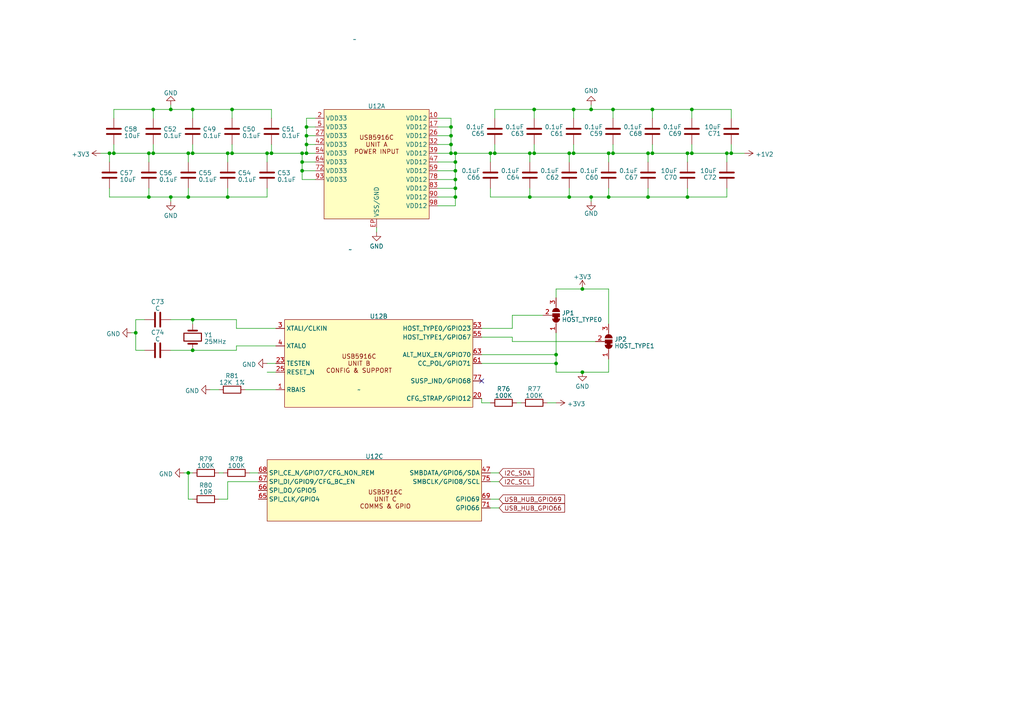
<source format=kicad_sch>
(kicad_sch (version 20230121) (generator eeschema)
  (paper "A4")
  (lib_symbols
    (symbol "CARTHING:USB5916C"
      (property "Reference" "U" (at -15.24 12.7 0))
      (symbol "USB5916C_1_1"
        (rectangle (start -16.51 11.43) (end 13.97 -20.32) (fill (type background)))
        (text "USB5916C\nUNIT A\nPOWER INPUT\n" (at -1.27 1.27 0) (effects (font (size 1.27 1.27))))
        (pin power_in line (at 16.51 8.89 180) (length 2.54) (name "VDD12") (number "10"))
        (pin power_in line (at 16.51 6.35 180) (length 2.54) (name "VDD12") (number "17"))
        (pin power_in line (at -19.05 8.89 0) (length 2.54) (name "VDD33") (number "2"))
        (pin power_in line (at 16.51 3.81 180) (length 2.54) (name "VDD12") (number "26"))
        (pin power_in line (at -19.05 3.81 0) (length 2.54) (name "VDD33") (number "27"))
        (pin power_in line (at 16.51 1.27 180) (length 2.54) (name "VDD12") (number "32"))
        (pin power_in line (at 16.51 -1.27 180) (length 2.54) (name "VDD12") (number "39"))
        (pin power_in line (at -19.05 1.27 0) (length 2.54) (name "VDD33") (number "42"))
        (pin power_in line (at 16.51 -3.81 180) (length 2.54) (name "VDD12") (number "47"))
        (pin power_in line (at -19.05 6.35 0) (length 2.54) (name "VDD33") (number "5"))
        (pin power_in line (at -19.05 -1.27 0) (length 2.54) (name "VDD33") (number "54"))
        (pin power_in line (at 16.51 -6.35 180) (length 2.54) (name "VDD12") (number "59"))
        (pin power_in line (at -19.05 -3.81 0) (length 2.54) (name "VDD33") (number "64"))
        (pin power_in line (at -19.05 -6.35 0) (length 2.54) (name "VDD33") (number "72"))
        (pin power_in line (at 16.51 -8.89 180) (length 2.54) (name "VDD12") (number "78"))
        (pin power_in line (at 16.51 -11.43 180) (length 2.54) (name "VDD12") (number "83"))
        (pin power_in line (at 16.51 -13.97 180) (length 2.54) (name "VDD12") (number "90"))
        (pin power_in line (at -19.05 -8.89 0) (length 2.54) (name "VDD33") (number "93"))
        (pin power_in line (at 16.51 -16.51 180) (length 2.54) (name "VDD12") (number "98"))
        (pin power_in line (at -1.27 -22.86 90) (length 2.54) (name "VSS/GND") (number "EP"))
      )
      (symbol "USB5916C_2_1"
        (rectangle (start -26.67 11.43) (end 27.94 -13.97) (fill (type background)))
        (text "USB5916C\nUNIT B\nCONFIG & SUPPORT\n" (at -5.08 -1.27 0) (effects (font (size 1.27 1.27))))
        (pin input line (at -29.21 -8.89 0) (length 2.54) (name "RBAIS") (number "1"))
        (pin input line (at 30.48 -11.43 180) (length 2.54) (name "CFG_STRAP/GPIO12") (number "20"))
        (pin input line (at -29.21 -1.27 0) (length 2.54) (name "TESTEN") (number "23"))
        (pin input line (at 30.48 8.89 180) (length 2.54) (name "VBUS_DET") (number "24"))
        (pin input line (at -29.21 -3.81 0) (length 2.54) (name "RESET_N") (number "25"))
        (pin input line (at -29.21 8.89 0) (length 2.54) (name "XTALI/CLKIN") (number "3"))
        (pin input line (at -29.21 3.81 0) (length 2.54) (name "XTALO") (number "4"))
        (pin input line (at 30.48 3.81 180) (length 2.54) (name "HOST_TYPE0/GPIO23") (number "53"))
        (pin input line (at 30.48 1.27 180) (length 2.54) (name "HOST_TYPE1/GPIO67") (number "55"))
        (pin input line (at 30.48 -1.27 180) (length 2.54) (name "ALT_MUX_EN/GPIO70") (number "63"))
        (pin input line (at 30.48 -6.35 180) (length 2.54) (name "SUSP_IND/GPIO68") (number "77"))
      )
      (symbol "USB5916C_3_1"
        (rectangle (start -34.29 11.43) (end 27.94 -6.35) (fill (type background)))
        (text "USB5916C\nUNIT C\nCOMMS & GPIO\n" (at 0 0 0) (effects (font (size 1.27 1.27))))
        (pin input line (at 30.48 7.62 180) (length 2.54) (name "SMBDATA/GPIO6/SDA") (number "47"))
        (pin input line (at -36.83 0 0) (length 2.54) (name "SPI_CLK/GPIO4") (number "65"))
        (pin input line (at -36.83 2.54 0) (length 2.54) (name "SPI_DO/GPIO5") (number "66"))
        (pin input line (at -36.83 5.08 0) (length 2.54) (name "SPI_DI/GPIO9/CFG_BC_EN") (number "67"))
        (pin input line (at -36.83 7.62 0) (length 2.54) (name "SPI_CE_N/GPIO7/CFG_NON_REM") (number "68"))
        (pin bidirectional line (at 30.48 0 180) (length 2.54) (name "GPIO69") (number "69"))
        (pin bidirectional line (at 30.48 -2.54 180) (length 2.54) (name "GPIO66") (number "71"))
        (pin input line (at 30.48 5.08 180) (length 2.54) (name "SMBCLK/GPIO8/SCL") (number "75"))
      )
      (symbol "USB5916C_4_1"
        (rectangle (start -26.67 11.43) (end 30.48 -26.67) (fill (type background)))
        (text "USB5916C\nUNIT D\nPORT 0/A UFP\n" (at 1.27 -2.54 0) (effects (font (size 1.27 1.27))))
        (pin unspecified line (at 33.02 -24.13 180) (length 2.54) (name "USB3UP_RXDMA") (number "100"))
        (pin unspecified line (at -29.21 -24.13 0) (length 2.54) (name "AB0/ATTCHMUX0B/GPIO3") (number "60"))
        (pin input line (at -29.21 -21.59 0) (length 2.54) (name "C_ATTACH0/ATTACHMUX0A/GPIO64") (number "76"))
        (pin unspecified line (at 33.02 8.89 180) (length 2.54) (name "USB3UP_TXDPB") (number "81"))
        (pin unspecified line (at 33.02 6.35 180) (length 2.54) (name "USB3UP_TXDMB") (number "82"))
        (pin unspecified line (at 33.02 1.27 180) (length 2.54) (name "USB3UP_RXDPB") (number "84"))
        (pin unspecified line (at 33.02 -1.27 180) (length 2.54) (name "USB3UP_RXDMB") (number "85"))
        (pin unspecified line (at 33.02 -6.35 180) (length 2.54) (name "USB2UP_DP") (number "94"))
        (pin unspecified line (at 33.02 -8.89 180) (length 2.54) (name "USB2UP_DM") (number "95"))
        (pin unspecified line (at 33.02 -13.97 180) (length 2.54) (name "USB3UP_TXDPA") (number "96"))
        (pin unspecified line (at 33.02 -16.51 180) (length 2.54) (name "USB3UP_TXDMA") (number "97"))
        (pin unspecified line (at 33.02 -21.59 180) (length 2.54) (name "USB3UP_RXDPA") (number "99"))
      )
      (symbol "USB5916C_5_1"
        (rectangle (start -25.4 11.43) (end 31.75 -26.67) (fill (type background)))
        (text "USB5916C\nUNIT E\nPORT 1 DFP\n" (at 0 0 0) (effects (font (size 1.27 1.27))))
        (pin unspecified line (at 34.29 1.27 180) (length 2.54) (name "USB3DN_RXDP1A") (number "11"))
        (pin unspecified line (at 34.29 -1.27 180) (length 2.54) (name "USB3DN_RXDM1A") (number "12"))
        (pin unspecified line (at 34.29 -13.97 180) (length 2.54) (name "USB3DN_TXDP1B") (number "15"))
        (pin unspecified line (at 34.29 -16.51 180) (length 2.54) (name "USB3DN_TXDM1B") (number "16"))
        (pin unspecified line (at 34.29 -21.59 180) (length 2.54) (name "USB3DN_RXDP1B") (number "18"))
        (pin unspecified line (at 34.29 -24.13 180) (length 2.54) (name "USB3DN_RXDM1B") (number "19"))
        (pin unspecified line (at -27.94 -24.13 0) (length 2.54) (name "AB1/ATTACHMUX1B/GPIO65") (number "50"))
        (pin unspecified line (at 34.29 -6.35 180) (length 2.54) (name "USB2DN_DP1/PRT_DIS_P1") (number "6"))
        (pin unspecified line (at 34.29 -8.89 180) (length 2.54) (name "USB2DN_DM1/PRT_DIS_M1") (number "7"))
        (pin unspecified line (at -27.94 -19.05 0) (length 2.54) (name "PRT_CTL1/GPIO17") (number "70"))
        (pin input line (at -27.94 -21.59 0) (length 2.54) (name "C_ATTACH1/ATTACHMUX1A/GPIO1") (number "76"))
        (pin unspecified line (at 34.29 8.89 180) (length 2.54) (name "USB3DN_TXDP1A") (number "8"))
        (pin unspecified line (at 34.29 6.35 180) (length 2.54) (name "USB3DN_TXDM1A") (number "9"))
      )
      (symbol "USB5916C_6_1"
        (rectangle (start -17.78 11.43) (end 19.05 -11.43) (fill (type background)))
        (text "USB5916C\nUNIT F\nPORT 2 DFP\n" (at -10.16 0 0) (effects (font (size 1.27 1.27))))
        (pin unspecified line (at 21.59 8.89 180) (length 2.54) (name "USB2DN_DP2/PRT_DIS_P2") (number "28"))
        (pin unspecified line (at 21.59 6.35 180) (length 2.54) (name "USB2DN_DM2/PRT_DIS_M2") (number "29"))
        (pin unspecified line (at 21.59 1.27 180) (length 2.54) (name "USB3DN_TXDP2") (number "30"))
        (pin unspecified line (at 21.59 -1.27 180) (length 2.54) (name "USB3DN_TXDM2") (number "31"))
        (pin unspecified line (at 21.59 -6.35 180) (length 2.54) (name "USB3DN_RXDP2") (number "33"))
        (pin unspecified line (at 21.59 -8.89 180) (length 2.54) (name "USB3DN_RXDM2") (number "34"))
        (pin unspecified line (at -20.32 -8.89 0) (length 2.54) (name "PRT_CTL2/GPIO19") (number "58"))
      )
      (symbol "USB5916C_7_1"
        (rectangle (start -22.86 11.43) (end 24.13 -11.43) (fill (type background)))
        (text "USB5916C\nUNIT G\nPORT 3 DFP\n" (at -5.08 0 0) (effects (font (size 1.27 1.27))))
        (pin unspecified line (at 26.67 8.89 180) (length 2.54) (name "USB2DN_DP3/PRT_DIS_P3") (number "35"))
        (pin unspecified line (at 26.67 6.35 180) (length 2.54) (name "USB2DN_DM3/PRT_DIS_M3") (number "36"))
        (pin unspecified line (at 26.67 1.27 180) (length 2.54) (name "USB3DN_TXDP3") (number "37"))
        (pin unspecified line (at 26.67 -1.27 180) (length 2.54) (name "USB3DN_TXDM3") (number "38"))
        (pin unspecified line (at 26.67 -6.35 180) (length 2.54) (name "USB3DN_RXDP3") (number "40"))
        (pin unspecified line (at 26.67 -8.89 180) (length 2.54) (name "USB3DN_RXDM3") (number "41"))
        (pin unspecified line (at -25.4 -8.89 0) (length 2.54) (name "PRT_CTL3/GANG_PWR/GPIO20") (number "57"))
      )
      (symbol "USB5916C_8_1"
        (rectangle (start -17.78 11.43) (end 19.05 -11.43) (fill (type background)))
        (text "USB5916C\nUNIT H\nPORT 4 DFP\n" (at -10.16 0 0) (effects (font (size 1.27 1.27))))
        (pin unspecified line (at 21.59 8.89 180) (length 2.54) (name "USB2DN_DP4/PRT_DIS_P4") (number "43"))
        (pin unspecified line (at 21.59 6.35 180) (length 2.54) (name "USB2DN_DM4/PRT_DIS_M4") (number "44"))
        (pin unspecified line (at 21.59 1.27 180) (length 2.54) (name "USB3DN_TXDP4") (number "45"))
        (pin unspecified line (at 21.59 -1.27 180) (length 2.54) (name "USB3DN_TXDM4") (number "46"))
        (pin unspecified line (at 21.59 -6.35 180) (length 2.54) (name "USB3DN_RXDP4") (number "48"))
        (pin unspecified line (at 21.59 -8.89 180) (length 2.54) (name "USB3DN_RXDM4") (number "49"))
        (pin unspecified line (at -20.32 -8.89 0) (length 2.54) (name "PRT_CTL4/GPIO21") (number "52"))
      )
      (symbol "USB5916C_9_1"
        (rectangle (start -17.78 11.43) (end 19.05 -11.43) (fill (type background)))
        (text "USB5916C\nUNIT I\nPORT 5 DFP\n" (at -10.16 0 0) (effects (font (size 1.27 1.27))))
        (pin unspecified line (at -20.32 -8.89 0) (length 2.54) (name "PRT_CTL5/GPIO22") (number "51"))
        (pin unspecified line (at 21.59 8.89 180) (length 2.54) (name "USB2DN_D5/PRT_DIS_P5") (number "86"))
        (pin unspecified line (at 21.59 6.35 180) (length 2.54) (name "USB2DN_DM5/PRT_DIS_M5") (number "87"))
        (pin unspecified line (at 21.59 1.27 180) (length 2.54) (name "USB3DN_TXDP5") (number "88"))
        (pin unspecified line (at 21.59 -1.27 180) (length 2.54) (name "USB3DN_TXDM5") (number "89"))
        (pin unspecified line (at 21.59 -6.35 180) (length 2.54) (name "USB3DN_RXDP5") (number "91"))
        (pin unspecified line (at 21.59 -8.89 180) (length 2.54) (name "USB3DN_RXDM5") (number "92"))
      )
      (symbol "USB5916C_10_1"
        (rectangle (start -20.32 11.43) (end 21.59 -1.27) (fill (type background)))
        (text "USB5916C\nUNIT J\nPORT 6 DFP\nUSB2 ONLY\n" (at -12.7 6.35 0) (effects (font (size 1.27 1.27))))
        (pin unspecified line (at 24.13 8.89 180) (length 2.54) (name "USB2DN_DP6/PRT_DIS_P6") (number "13"))
        (pin unspecified line (at 24.13 6.35 180) (length 2.54) (name "USB2DN_DM6/PRT_DIS_M6") (number "14"))
        (pin unspecified line (at 24.13 1.27 180) (length 2.54) (name "PRT_CTL6/GPIO18") (number "62"))
      )
    )
    (symbol "Device:C" (pin_numbers hide) (pin_names (offset 0.254))
      (property "Reference" "C" (at 0.635 2.54 0))
      (property "Value" "C" (at 0.635 -2.54 0))
      (symbol "C_0_1"
        (polyline (pts (xy -2.032 -0.762) (xy 2.032 -0.762)) (stroke (width 0.508)))
        (polyline (pts (xy -2.032 0.762) (xy 2.032 0.762)) (stroke (width 0.508)))
      )
      (symbol "C_1_1"
        (pin passive line (at 0 3.81 270) (length 2.794) (name "~") (number "1"))
        (pin passive line (at 0 -3.81 90) (length 2.794) (name "~") (number "2"))
      )
    )
    (symbol "Device:Crystal" (pin_numbers hide) (pin_names (offset 1.016) hide)
      (property "Reference" "Y" (at 0 3.81 0))
      (property "Value" "Crystal" (at 0 -3.81 0))
      (symbol "Crystal_0_1"
        (rectangle (start -1.143 2.54) (end 1.143 -2.54) (stroke (width 0.3048)))
        (polyline (pts (xy -2.54 0) (xy -1.905 0)))
        (polyline (pts (xy -1.905 -1.27) (xy -1.905 1.27)) (stroke (width 0.508)))
        (polyline (pts (xy 1.905 -1.27) (xy 1.905 1.27)) (stroke (width 0.508)))
        (polyline (pts (xy 2.54 0) (xy 1.905 0)))
      )
      (symbol "Crystal_1_1"
        (pin passive line (at -3.81 0 0) (length 1.27) (name "1") (number "1"))
        (pin passive line (at 3.81 0 180) (length 1.27) (name "2") (number "2"))
      )
    )
    (symbol "Device:R" (pin_numbers hide) (pin_names (offset 0))
      (property "Reference" "R" (at 2.032 0 90))
      (property "Value" "R" (at 0 0 90))
      (symbol "R_0_1"
        (rectangle (start -1.016 -2.54) (end 1.016 2.54) (stroke (width 0.254)))
      )
      (symbol "R_1_1"
        (pin passive line (at 0 3.81 270) (length 1.27) (name "~") (number "1"))
        (pin passive line (at 0 -3.81 90) (length 1.27) (name "~") (number "2"))
      )
    )
    (symbol "Jumper:SolderJumper_3_Bridged12" (pin_names (offset 0) hide)
      (property "Reference" "JP" (at -2.54 -2.54 0))
      (property "Value" "SolderJumper_3_Bridged12" (at 0 2.794 0))
      (symbol "SolderJumper_3_Bridged12_0_1"
        (rectangle (start -1.016 0.508) (end -0.508 -0.508) (fill (type outline)))
        (arc (start -1.016 1.016) (mid -2.0276 0) (end -1.016 -1.016))
        (arc (start -1.016 1.016) (mid -2.0276 0) (end -1.016 -1.016) (fill (type outline)))
        (rectangle (start -0.508 1.016) (end 0.508 -1.016) (fill (type outline)))
        (polyline (pts (xy -2.54 0) (xy -2.032 0)))
        (polyline (pts (xy -1.016 1.016) (xy -1.016 -1.016)))
        (polyline (pts (xy 0 -1.27) (xy 0 -1.016)))
        (polyline (pts (xy 1.016 1.016) (xy 1.016 -1.016)))
        (polyline (pts (xy 2.54 0) (xy 2.032 0)))
        (arc (start 1.016 -1.016) (mid 2.0276 0) (end 1.016 1.016))
        (arc (start 1.016 -1.016) (mid 2.0276 0) (end 1.016 1.016) (fill (type outline)))
      )
      (symbol "SolderJumper_3_Bridged12_1_1"
        (pin passive line (at -5.08 0 0) (length 2.54) (name "A") (number "1"))
        (pin passive line (at 0 -3.81 90) (length 2.54) (name "C") (number "2"))
        (pin passive line (at 5.08 0 180) (length 2.54) (name "B") (number "3"))
      )
    )
    (symbol "USB5916C_1"
      (property "Reference" "U" (at -15.24 12.7 0))
      (symbol "USB5916C_1_1_1"
        (rectangle (start -16.51 11.43) (end 13.97 -20.32) (fill (type background)))
        (text "USB5916C\nUNIT A\nPOWER INPUT\n" (at -1.27 1.27 0) (effects (font (size 1.27 1.27))))
        (pin power_in line (at 16.51 8.89 180) (length 2.54) (name "VDD12") (number "10"))
        (pin power_in line (at 16.51 6.35 180) (length 2.54) (name "VDD12") (number "17"))
        (pin power_in line (at -19.05 8.89 0) (length 2.54) (name "VDD33") (number "2"))
        (pin power_in line (at 16.51 3.81 180) (length 2.54) (name "VDD12") (number "26"))
        (pin power_in line (at -19.05 3.81 0) (length 2.54) (name "VDD33") (number "27"))
        (pin power_in line (at 16.51 1.27 180) (length 2.54) (name "VDD12") (number "32"))
        (pin power_in line (at 16.51 -1.27 180) (length 2.54) (name "VDD12") (number "39"))
        (pin power_in line (at -19.05 1.27 0) (length 2.54) (name "VDD33") (number "42"))
        (pin power_in line (at 16.51 -3.81 180) (length 2.54) (name "VDD12") (number "47"))
        (pin power_in line (at -19.05 6.35 0) (length 2.54) (name "VDD33") (number "5"))
        (pin power_in line (at -19.05 -1.27 0) (length 2.54) (name "VDD33") (number "54"))
        (pin power_in line (at 16.51 -6.35 180) (length 2.54) (name "VDD12") (number "59"))
        (pin power_in line (at -19.05 -3.81 0) (length 2.54) (name "VDD33") (number "64"))
        (pin power_in line (at -19.05 -6.35 0) (length 2.54) (name "VDD33") (number "72"))
        (pin power_in line (at 16.51 -8.89 180) (length 2.54) (name "VDD12") (number "78"))
        (pin power_in line (at 16.51 -11.43 180) (length 2.54) (name "VDD12") (number "83"))
        (pin power_in line (at 16.51 -13.97 180) (length 2.54) (name "VDD12") (number "90"))
        (pin power_in line (at -19.05 -8.89 0) (length 2.54) (name "VDD33") (number "93"))
        (pin power_in line (at 16.51 -16.51 180) (length 2.54) (name "VDD12") (number "98"))
        (pin power_in line (at -1.27 -22.86 90) (length 2.54) (name "VSS/GND") (number "EP"))
      )
      (symbol "USB5916C_1_2_1"
        (rectangle (start -26.67 11.43) (end 27.94 -13.97) (fill (type background)))
        (text "USB5916C\nUNIT B\nCONFIG & SUPPORT\n" (at -5.08 -1.27 0) (effects (font (size 1.27 1.27))))
        (pin input line (at -29.21 -8.89 0) (length 2.54) (name "RBAIS") (number "1"))
        (pin input line (at 30.48 -11.43 180) (length 2.54) (name "CFG_STRAP/GPIO12") (number "20"))
        (pin input line (at -29.21 -1.27 0) (length 2.54) (name "TESTEN") (number "23"))
        (pin input line (at -29.21 -3.81 0) (length 2.54) (name "RESET_N") (number "25"))
        (pin input line (at -29.21 8.89 0) (length 2.54) (name "XTALI/CLKIN") (number "3"))
        (pin input line (at -29.21 3.81 0) (length 2.54) (name "XTALO") (number "4"))
        (pin input line (at 30.48 8.89 180) (length 2.54) (name "HOST_TYPE0/GPIO23") (number "53"))
        (pin input line (at 30.48 6.35 180) (length 2.54) (name "HOST_TYPE1/GPIO67") (number "55"))
        (pin unspecified line (at 30.48 -1.27 180) (length 2.54) (name "CC_POL/GPIO71") (number "61"))
        (pin input line (at 30.48 1.27 180) (length 2.54) (name "ALT_MUX_EN/GPIO70") (number "63"))
        (pin input line (at 30.48 -6.35 180) (length 2.54) (name "SUSP_IND/GPIO68") (number "77"))
      )
      (symbol "USB5916C_1_3_1"
        (rectangle (start -34.29 11.43) (end 27.94 -6.35) (fill (type background)))
        (text "USB5916C\nUNIT C\nCOMMS & GPIO\n" (at 0 0 0) (effects (font (size 1.27 1.27))))
        (pin input line (at 30.48 7.62 180) (length 2.54) (name "SMBDATA/GPIO6/SDA") (number "47"))
        (pin input line (at -36.83 0 0) (length 2.54) (name "SPI_CLK/GPIO4") (number "65"))
        (pin input line (at -36.83 2.54 0) (length 2.54) (name "SPI_DO/GPIO5") (number "66"))
        (pin input line (at -36.83 5.08 0) (length 2.54) (name "SPI_DI/GPIO9/CFG_BC_EN") (number "67"))
        (pin input line (at -36.83 7.62 0) (length 2.54) (name "SPI_CE_N/GPIO7/CFG_NON_REM") (number "68"))
        (pin bidirectional line (at 30.48 0 180) (length 2.54) (name "GPIO69") (number "69"))
        (pin bidirectional line (at 30.48 -2.54 180) (length 2.54) (name "GPIO66") (number "71"))
        (pin input line (at 30.48 5.08 180) (length 2.54) (name "SMBCLK/GPIO8/SCL") (number "75"))
      )
      (symbol "USB5916C_1_4_1"
        (rectangle (start -26.67 11.43) (end 30.48 -26.67) (fill (type background)))
        (text "USB5916C\nUNIT D\nPORT 0/A UFP\n" (at 1.27 -2.54 0) (effects (font (size 1.27 1.27))))
        (pin unspecified line (at 33.02 -24.13 180) (length 2.54) (name "USB3UP_RXDMA") (number "100"))
        (pin input line (at -29.21 -19.05 0) (length 2.54) (name "VBUS_DET") (number "24"))
        (pin unspecified line (at -29.21 -24.13 0) (length 2.54) (name "AB0/ATTCHMUX0B/GPIO3") (number "60"))
        (pin input line (at -29.21 -21.59 0) (length 2.54) (name "C_ATTACH0/ATTACHMUX0A/GPIO64") (number "76"))
        (pin unspecified line (at 33.02 8.89 180) (length 2.54) (name "USB3UP_TXDPB") (number "81"))
        (pin unspecified line (at 33.02 6.35 180) (length 2.54) (name "USB3UP_TXDMB") (number "82"))
        (pin unspecified line (at 33.02 1.27 180) (length 2.54) (name "USB3UP_RXDPB") (number "84"))
        (pin unspecified line (at 33.02 -1.27 180) (length 2.54) (name "USB3UP_RXDMB") (number "85"))
        (pin unspecified line (at 33.02 -6.35 180) (length 2.54) (name "USB2UP_DP") (number "94"))
        (pin unspecified line (at 33.02 -8.89 180) (length 2.54) (name "USB2UP_DM") (number "95"))
        (pin unspecified line (at 33.02 -13.97 180) (length 2.54) (name "USB3UP_TXDPA") (number "96"))
        (pin unspecified line (at 33.02 -16.51 180) (length 2.54) (name "USB3UP_TXDMA") (number "97"))
        (pin unspecified line (at 33.02 -21.59 180) (length 2.54) (name "USB3UP_RXDPA") (number "99"))
      )
      (symbol "USB5916C_1_5_1"
        (rectangle (start -25.4 11.43) (end 31.75 -26.67) (fill (type background)))
        (text "USB5916C\nUNIT E\nPORT 1 DFP\n" (at 0 0 0) (effects (font (size 1.27 1.27))))
        (pin unspecified line (at 34.29 1.27 180) (length 2.54) (name "USB3DN_RXDP1A") (number "11"))
        (pin unspecified line (at 34.29 -1.27 180) (length 2.54) (name "USB3DN_RXDM1A") (number "12"))
        (pin unspecified line (at 34.29 -13.97 180) (length 2.54) (name "USB3DN_TXDP1B") (number "15"))
        (pin unspecified line (at 34.29 -16.51 180) (length 2.54) (name "USB3DN_TXDM1B") (number "16"))
        (pin unspecified line (at 34.29 -21.59 180) (length 2.54) (name "USB3DN_RXDP1B") (number "18"))
        (pin unspecified line (at 34.29 -24.13 180) (length 2.54) (name "USB3DN_RXDM1B") (number "19"))
        (pin unspecified line (at -27.94 -24.13 0) (length 2.54) (name "AB1/ATTACHMUX1B/GPIO65") (number "50"))
        (pin unspecified line (at 34.29 -6.35 180) (length 2.54) (name "USB2DN_DP1/PRT_DIS_P1") (number "6"))
        (pin unspecified line (at 34.29 -8.89 180) (length 2.54) (name "USB2DN_DM1/PRT_DIS_M1") (number "7"))
        (pin unspecified line (at -27.94 -19.05 0) (length 2.54) (name "PRT_CTL1/GPIO17") (number "70"))
        (pin input line (at -27.94 -21.59 0) (length 2.54) (name "C_ATTACH1/ATTACHMUX1A/GPIO1") (number "76"))
        (pin unspecified line (at 34.29 8.89 180) (length 2.54) (name "USB3DN_TXDP1A") (number "8"))
        (pin unspecified line (at 34.29 6.35 180) (length 2.54) (name "USB3DN_TXDM1A") (number "9"))
      )
      (symbol "USB5916C_1_6_1"
        (rectangle (start -17.78 11.43) (end 19.05 -11.43) (fill (type background)))
        (text "USB5916C\nUNIT F\nPORT 2 DFP\n" (at -10.16 0 0) (effects (font (size 1.27 1.27))))
        (pin unspecified line (at 21.59 8.89 180) (length 2.54) (name "USB2DN_DP2/PRT_DIS_P2") (number "28"))
        (pin unspecified line (at 21.59 6.35 180) (length 2.54) (name "USB2DN_DM2/PRT_DIS_M2") (number "29"))
        (pin unspecified line (at 21.59 1.27 180) (length 2.54) (name "USB3DN_TXDP2") (number "30"))
        (pin unspecified line (at 21.59 -1.27 180) (length 2.54) (name "USB3DN_TXDM2") (number "31"))
        (pin unspecified line (at 21.59 -6.35 180) (length 2.54) (name "USB3DN_RXDP2") (number "33"))
        (pin unspecified line (at 21.59 -8.89 180) (length 2.54) (name "USB3DN_RXDM2") (number "34"))
        (pin unspecified line (at -20.32 -8.89 0) (length 2.54) (name "PRT_CTL2/GPIO19") (number "58"))
      )
      (symbol "USB5916C_1_7_1"
        (rectangle (start -22.86 11.43) (end 24.13 -11.43) (fill (type background)))
        (text "USB5916C\nUNIT G\nPORT 3 DFP\n" (at -5.08 0 0) (effects (font (size 1.27 1.27))))
        (pin unspecified line (at 26.67 8.89 180) (length 2.54) (name "USB2DN_DP3/PRT_DIS_P3") (number "35"))
        (pin unspecified line (at 26.67 6.35 180) (length 2.54) (name "USB2DN_DM3/PRT_DIS_M3") (number "36"))
        (pin unspecified line (at 26.67 1.27 180) (length 2.54) (name "USB3DN_TXDP3") (number "37"))
        (pin unspecified line (at 26.67 -1.27 180) (length 2.54) (name "USB3DN_TXDM3") (number "38"))
        (pin unspecified line (at 26.67 -6.35 180) (length 2.54) (name "USB3DN_RXDP3") (number "40"))
        (pin unspecified line (at 26.67 -8.89 180) (length 2.54) (name "USB3DN_RXDM3") (number "41"))
        (pin unspecified line (at -25.4 -8.89 0) (length 2.54) (name "PRT_CTL3/GANG_PWR/GPIO20") (number "57"))
      )
      (symbol "USB5916C_1_8_1"
        (rectangle (start -17.78 11.43) (end 19.05 -11.43) (fill (type background)))
        (text "USB5916C\nUNIT H\nPORT 4 DFP\n" (at -10.16 0 0) (effects (font (size 1.27 1.27))))
        (pin unspecified line (at 21.59 8.89 180) (length 2.54) (name "USB2DN_DP4/PRT_DIS_P4") (number "43"))
        (pin unspecified line (at 21.59 6.35 180) (length 2.54) (name "USB2DN_DM4/PRT_DIS_M4") (number "44"))
        (pin unspecified line (at 21.59 1.27 180) (length 2.54) (name "USB3DN_TXDP4") (number "45"))
        (pin unspecified line (at 21.59 -1.27 180) (length 2.54) (name "USB3DN_TXDM4") (number "46"))
        (pin unspecified line (at 21.59 -6.35 180) (length 2.54) (name "USB3DN_RXDP4") (number "48"))
        (pin unspecified line (at 21.59 -8.89 180) (length 2.54) (name "USB3DN_RXDM4") (number "49"))
        (pin unspecified line (at -20.32 -8.89 0) (length 2.54) (name "PRT_CTL4/GPIO21") (number "52"))
      )
      (symbol "USB5916C_1_9_1"
        (rectangle (start -17.78 11.43) (end 19.05 -11.43) (fill (type background)))
        (text "USB5916C\nUNIT I\nPORT 5 DFP\n" (at -10.16 0 0) (effects (font (size 1.27 1.27))))
        (pin unspecified line (at -20.32 -8.89 0) (length 2.54) (name "PRT_CTL5/GPIO22") (number "51"))
        (pin unspecified line (at 21.59 8.89 180) (length 2.54) (name "USB2DN_D5/PRT_DIS_P5") (number "86"))
        (pin unspecified line (at 21.59 6.35 180) (length 2.54) (name "USB2DN_DM5/PRT_DIS_M5") (number "87"))
        (pin unspecified line (at 21.59 1.27 180) (length 2.54) (name "USB3DN_TXDP5") (number "88"))
        (pin unspecified line (at 21.59 -1.27 180) (length 2.54) (name "USB3DN_TXDM5") (number "89"))
        (pin unspecified line (at 21.59 -6.35 180) (length 2.54) (name "USB3DN_RXDP5") (number "91"))
        (pin unspecified line (at 21.59 -8.89 180) (length 2.54) (name "USB3DN_RXDM5") (number "92"))
      )
      (symbol "USB5916C_1_10_1"
        (rectangle (start -20.32 11.43) (end 21.59 -1.27) (fill (type background)))
        (text "USB5916C\nUNIT J\nPORT 6 DFP\nUSB2 ONLY\n" (at -12.7 6.35 0) (effects (font (size 1.27 1.27))))
        (pin unspecified line (at 24.13 8.89 180) (length 2.54) (name "USB2DN_DP6/PRT_DIS_P6") (number "13"))
        (pin unspecified line (at 24.13 6.35 180) (length 2.54) (name "USB2DN_DM6/PRT_DIS_M6") (number "14"))
        (pin unspecified line (at 24.13 1.27 180) (length 2.54) (name "PRT_CTL6/GPIO18") (number "62"))
      )
    )
    (symbol "power:+1V2" (power) (pin_names (offset 0))
      (property "Value" "+1V2" (at 0 3.556 0))
      (symbol "+1V2_0_1"
        (polyline (pts (xy -0.762 1.27) (xy 0 2.54)))
        (polyline (pts (xy 0 0) (xy 0 2.54)))
        (polyline (pts (xy 0 2.54) (xy 0.762 1.27)))
      )
      (symbol "+1V2_1_1"
        (pin power_in line (at 0 0 90) (length 0) hide (name "+1V2") (number "1"))
      )
    )
    (symbol "power:+3V3" (power) (pin_names (offset 0))
      (property "Value" "+3V3" (at 0 3.556 0))
      (symbol "+3V3_0_1"
        (polyline (pts (xy -0.762 1.27) (xy 0 2.54)))
        (polyline (pts (xy 0 0) (xy 0 2.54)))
        (polyline (pts (xy 0 2.54) (xy 0.762 1.27)))
      )
      (symbol "+3V3_1_1"
        (pin power_in line (at 0 0 90) (length 0) hide (name "+3V3") (number "1"))
      )
    )
    (symbol "power:GND" (power) (pin_names (offset 0))
      (property "Value" "GND" (at 0 -3.81 0))
      (symbol "GND_0_1"
        (polyline (pts (xy 0 0) (xy 0 -1.27) (xy 1.27 -1.27) (xy 0 -2.54) (xy -1.27 -1.27) (xy 0 -1.27)))
      )
      (symbol "GND_1_1"
        (pin power_in line (at 0 0 270) (length 0) hide (name "GND") (number "1"))
      )
    )
  )
  (junction (at 88.9 41.91))
  (junction (at 177.8 31.75))
  (junction (at 87.63 46.99))
  (junction (at 132.08 46.99))
  (junction (at 55.88 92.71))
  (junction (at 44.45 31.75))
  (junction (at 212.09 44.45))
  (junction (at 132.08 49.53))
  (junction (at 55.88 101.6))
  (junction (at 171.45 57.15))
  (junction (at 189.23 31.75))
  (junction (at 177.8 44.45))
  (junction (at 67.31 44.45))
  (junction (at 54.61 137.16))
  (junction (at 168.91 83.82))
  (junction (at 88.9 39.37))
  (junction (at 143.51 44.45))
  (junction (at 55.88 44.45))
  (junction (at 78.74 44.45))
  (junction (at 154.94 44.45))
  (junction (at 88.9 44.45))
  (junction (at 43.18 44.45))
  (junction (at 87.63 49.53))
  (junction (at 130.81 44.45))
  (junction (at 44.45 44.45))
  (junction (at 176.53 44.45))
  (junction (at 166.37 31.75))
  (junction (at 132.08 57.15))
  (junction (at 199.39 44.45))
  (junction (at 161.29 102.87))
  (junction (at 199.39 57.15))
  (junction (at 200.66 31.75))
  (junction (at 165.1 44.45))
  (junction (at 154.94 31.75))
  (junction (at 66.04 44.45))
  (junction (at 88.9 36.83))
  (junction (at 49.53 31.75))
  (junction (at 66.04 57.15))
  (junction (at 130.81 36.83))
  (junction (at 39.37 96.52))
  (junction (at 67.31 31.75))
  (junction (at 132.08 52.07))
  (junction (at 43.18 57.15))
  (junction (at 142.24 44.45))
  (junction (at 153.67 57.15))
  (junction (at 87.63 44.45))
  (junction (at 210.82 44.45))
  (junction (at 187.96 44.45))
  (junction (at 77.47 44.45))
  (junction (at 54.61 44.45))
  (junction (at 161.29 105.41))
  (junction (at 187.96 57.15))
  (junction (at 130.81 41.91))
  (junction (at 132.08 54.61))
  (junction (at 31.75 44.45))
  (junction (at 189.23 44.45))
  (junction (at 168.91 107.95))
  (junction (at 165.1 57.15))
  (junction (at 49.53 57.15))
  (junction (at 55.88 31.75))
  (junction (at 132.08 44.45))
  (junction (at 153.67 44.45))
  (junction (at 176.53 57.15))
  (junction (at 54.61 57.15))
  (junction (at 171.45 31.75))
  (junction (at 200.66 44.45))
  (junction (at 166.37 44.45))
  (junction (at 130.81 39.37))
  (junction (at 33.02 44.45))
  (no_connect (at 139.7 110.49))
  (wire (pts (xy 161.29 86.36) (xy 161.29 83.82)))
  (wire (pts (xy 43.18 54.61) (xy 43.18 57.15)))
  (wire (pts (xy 127 52.07) (xy 132.08 52.07)))
  (wire (pts (xy 39.37 96.52) (xy 39.37 92.71)))
  (wire (pts (xy 49.53 57.15) (xy 54.61 57.15)))
  (wire (pts (xy 132.08 57.15) (xy 132.08 54.61)))
  (wire (pts (xy 210.82 44.45) (xy 212.09 44.45)))
  (wire (pts (xy 109.22 66.04) (xy 109.22 67.31)))
  (wire (pts (xy 31.75 57.15) (xy 43.18 57.15)))
  (wire (pts (xy 31.75 54.61) (xy 31.75 57.15)))
  (wire (pts (xy 139.7 102.87) (xy 161.29 102.87)))
  (wire (pts (xy 127 34.29) (xy 130.81 34.29)))
  (wire (pts (xy 189.23 31.75) (xy 200.66 31.75)))
  (wire (pts (xy 78.74 44.45) (xy 87.63 44.45)))
  (wire (pts (xy 161.29 105.41) (xy 161.29 107.95)))
  (wire (pts (xy 127 59.69) (xy 132.08 59.69)))
  (wire (pts (xy 177.8 34.29) (xy 177.8 31.75)))
  (wire (pts (xy 148.59 95.25) (xy 139.7 95.25)))
  (wire (pts (xy 142.24 139.7) (xy 144.78 139.7)))
  (wire (pts (xy 54.61 137.16) (xy 53.34 137.16)))
  (wire (pts (xy 130.81 39.37) (xy 130.81 41.91)))
  (wire (pts (xy 66.04 57.15) (xy 77.47 57.15)))
  (wire (pts (xy 142.24 46.99) (xy 142.24 44.45)))
  (wire (pts (xy 88.9 39.37) (xy 91.44 39.37)))
  (wire (pts (xy 78.74 31.75) (xy 78.74 34.29)))
  (wire (pts (xy 143.51 44.45) (xy 143.51 41.91)))
  (wire (pts (xy 176.53 57.15) (xy 171.45 57.15)))
  (wire (pts (xy 177.8 31.75) (xy 189.23 31.75)))
  (wire (pts (xy 38.1 96.52) (xy 39.37 96.52)))
  (wire (pts (xy 130.81 41.91) (xy 130.81 44.45)))
  (wire (pts (xy 39.37 92.71) (xy 41.91 92.71)))
  (wire (pts (xy 199.39 44.45) (xy 199.39 46.99)))
  (wire (pts (xy 77.47 57.15) (xy 77.47 54.61)))
  (wire (pts (xy 33.02 41.91) (xy 33.02 44.45)))
  (wire (pts (xy 43.18 44.45) (xy 44.45 44.45)))
  (wire (pts (xy 41.91 101.6) (xy 39.37 101.6)))
  (wire (pts (xy 91.44 34.29) (xy 88.9 34.29)))
  (wire (pts (xy 171.45 31.75) (xy 171.45 30.48)))
  (wire (pts (xy 55.88 44.45) (xy 66.04 44.45)))
  (wire (pts (xy 91.44 52.07) (xy 87.63 52.07)))
  (wire (pts (xy 87.63 49.53) (xy 91.44 49.53)))
  (wire (pts (xy 142.24 147.32) (xy 144.78 147.32)))
  (wire (pts (xy 149.86 116.84) (xy 151.13 116.84)))
  (wire (pts (xy 142.24 144.78) (xy 144.78 144.78)))
  (wire (pts (xy 72.39 137.16) (xy 74.93 137.16)))
  (wire (pts (xy 171.45 58.42) (xy 171.45 57.15)))
  (wire (pts (xy 78.74 41.91) (xy 78.74 44.45)))
  (wire (pts (xy 176.53 46.99) (xy 176.53 44.45)))
  (wire (pts (xy 31.75 44.45) (xy 33.02 44.45)))
  (wire (pts (xy 67.31 31.75) (xy 78.74 31.75)))
  (wire (pts (xy 88.9 39.37) (xy 88.9 41.91)))
  (wire (pts (xy 189.23 44.45) (xy 199.39 44.45)))
  (wire (pts (xy 200.66 41.91) (xy 200.66 44.45)))
  (wire (pts (xy 176.53 57.15) (xy 187.96 57.15)))
  (wire (pts (xy 60.96 113.03) (xy 63.5 113.03)))
  (wire (pts (xy 199.39 54.61) (xy 199.39 57.15)))
  (wire (pts (xy 171.45 31.75) (xy 166.37 31.75)))
  (wire (pts (xy 161.29 83.82) (xy 168.91 83.82)))
  (wire (pts (xy 154.94 44.45) (xy 154.94 41.91)))
  (wire (pts (xy 55.88 31.75) (xy 55.88 34.29)))
  (wire (pts (xy 71.12 113.03) (xy 80.01 113.03)))
  (wire (pts (xy 212.09 44.45) (xy 215.9 44.45)))
  (wire (pts (xy 80.01 95.25) (xy 68.58 95.25)))
  (wire (pts (xy 77.47 44.45) (xy 78.74 44.45)))
  (wire (pts (xy 80.01 100.33) (xy 68.58 100.33)))
  (wire (pts (xy 127 41.91) (xy 130.81 41.91)))
  (wire (pts (xy 74.93 139.7) (xy 66.04 139.7)))
  (wire (pts (xy 127 49.53) (xy 132.08 49.53)))
  (wire (pts (xy 153.67 57.15) (xy 153.67 54.61)))
  (wire (pts (xy 187.96 44.45) (xy 189.23 44.45)))
  (wire (pts (xy 127 39.37) (xy 130.81 39.37)))
  (wire (pts (xy 176.53 57.15) (xy 176.53 54.61)))
  (wire (pts (xy 168.91 107.95) (xy 176.53 107.95)))
  (wire (pts (xy 67.31 41.91) (xy 67.31 44.45)))
  (wire (pts (xy 153.67 44.45) (xy 143.51 44.45)))
  (wire (pts (xy 44.45 44.45) (xy 54.61 44.45)))
  (wire (pts (xy 177.8 44.45) (xy 177.8 41.91)))
  (wire (pts (xy 87.63 46.99) (xy 91.44 46.99)))
  (wire (pts (xy 132.08 46.99) (xy 132.08 44.45)))
  (wire (pts (xy 127 44.45) (xy 130.81 44.45)))
  (wire (pts (xy 43.18 57.15) (xy 49.53 57.15)))
  (wire (pts (xy 132.08 59.69) (xy 132.08 57.15)))
  (wire (pts (xy 165.1 46.99) (xy 165.1 44.45)))
  (wire (pts (xy 148.59 91.44) (xy 157.48 91.44)))
  (wire (pts (xy 168.91 83.82) (xy 176.53 83.82)))
  (wire (pts (xy 139.7 105.41) (xy 161.29 105.41)))
  (wire (pts (xy 212.09 44.45) (xy 212.09 41.91)))
  (wire (pts (xy 77.47 105.41) (xy 80.01 105.41)))
  (wire (pts (xy 55.88 92.71) (xy 49.53 92.71)))
  (wire (pts (xy 130.81 34.29) (xy 130.81 36.83)))
  (wire (pts (xy 177.8 31.75) (xy 171.45 31.75)))
  (wire (pts (xy 55.88 92.71) (xy 55.88 93.98)))
  (wire (pts (xy 66.04 44.45) (xy 67.31 44.45)))
  (wire (pts (xy 143.51 44.45) (xy 142.24 44.45)))
  (wire (pts (xy 44.45 41.91) (xy 44.45 44.45)))
  (wire (pts (xy 54.61 54.61) (xy 54.61 57.15)))
  (wire (pts (xy 154.94 31.75) (xy 143.51 31.75)))
  (wire (pts (xy 161.29 102.87) (xy 161.29 105.41)))
  (wire (pts (xy 88.9 36.83) (xy 91.44 36.83)))
  (wire (pts (xy 130.81 36.83) (xy 130.81 39.37)))
  (wire (pts (xy 199.39 57.15) (xy 210.82 57.15)))
  (wire (pts (xy 44.45 31.75) (xy 44.45 34.29)))
  (wire (pts (xy 54.61 44.45) (xy 54.61 46.99)))
  (wire (pts (xy 166.37 31.75) (xy 154.94 31.75)))
  (wire (pts (xy 29.21 44.45) (xy 31.75 44.45)))
  (wire (pts (xy 154.94 44.45) (xy 153.67 44.45)))
  (wire (pts (xy 88.9 34.29) (xy 88.9 36.83)))
  (wire (pts (xy 33.02 31.75) (xy 44.45 31.75)))
  (wire (pts (xy 142.24 137.16) (xy 144.78 137.16)))
  (wire (pts (xy 55.88 101.6) (xy 49.53 101.6)))
  (wire (pts (xy 148.59 99.06) (xy 148.59 97.79)))
  (wire (pts (xy 139.7 116.84) (xy 142.24 116.84)))
  (wire (pts (xy 66.04 139.7) (xy 66.04 144.78)))
  (wire (pts (xy 33.02 44.45) (xy 43.18 44.45)))
  (wire (pts (xy 161.29 107.95) (xy 168.91 107.95)))
  (wire (pts (xy 166.37 44.45) (xy 165.1 44.45)))
  (wire (pts (xy 139.7 97.79) (xy 148.59 97.79)))
  (wire (pts (xy 165.1 57.15) (xy 153.67 57.15)))
  (wire (pts (xy 31.75 46.99) (xy 31.75 44.45)))
  (wire (pts (xy 210.82 57.15) (xy 210.82 54.61)))
  (wire (pts (xy 127 36.83) (xy 130.81 36.83)))
  (wire (pts (xy 49.53 31.75) (xy 55.88 31.75)))
  (wire (pts (xy 139.7 115.57) (xy 139.7 116.84)))
  (wire (pts (xy 177.8 44.45) (xy 176.53 44.45)))
  (wire (pts (xy 132.08 44.45) (xy 142.24 44.45)))
  (wire (pts (xy 67.31 44.45) (xy 77.47 44.45)))
  (wire (pts (xy 49.53 57.15) (xy 49.53 58.42)))
  (wire (pts (xy 55.88 144.78) (xy 54.61 144.78)))
  (wire (pts (xy 88.9 41.91) (xy 88.9 44.45)))
  (wire (pts (xy 187.96 44.45) (xy 187.96 46.99)))
  (wire (pts (xy 66.04 44.45) (xy 66.04 46.99)))
  (wire (pts (xy 33.02 34.29) (xy 33.02 31.75)))
  (wire (pts (xy 39.37 101.6) (xy 39.37 96.52)))
  (wire (pts (xy 55.88 137.16) (xy 54.61 137.16)))
  (wire (pts (xy 88.9 41.91) (xy 91.44 41.91)))
  (wire (pts (xy 49.53 30.48) (xy 49.53 31.75)))
  (wire (pts (xy 132.08 49.53) (xy 132.08 46.99)))
  (wire (pts (xy 200.66 31.75) (xy 200.66 34.29)))
  (wire (pts (xy 176.53 83.82) (xy 176.53 93.98)))
  (wire (pts (xy 87.63 52.07) (xy 87.63 49.53)))
  (wire (pts (xy 54.61 137.16) (xy 54.61 144.78)))
  (wire (pts (xy 153.67 57.15) (xy 142.24 57.15)))
  (wire (pts (xy 54.61 57.15) (xy 66.04 57.15)))
  (wire (pts (xy 200.66 44.45) (xy 210.82 44.45)))
  (wire (pts (xy 132.08 54.61) (xy 132.08 52.07)))
  (wire (pts (xy 66.04 54.61) (xy 66.04 57.15)))
  (wire (pts (xy 87.63 44.45) (xy 88.9 44.45)))
  (wire (pts (xy 161.29 96.52) (xy 161.29 102.87)))
  (wire (pts (xy 88.9 44.45) (xy 91.44 44.45)))
  (wire (pts (xy 132.08 52.07) (xy 132.08 49.53)))
  (wire (pts (xy 143.51 31.75) (xy 143.51 34.29)))
  (wire (pts (xy 55.88 31.75) (xy 67.31 31.75)))
  (wire (pts (xy 187.96 57.15) (xy 199.39 57.15)))
  (wire (pts (xy 130.81 44.45) (xy 132.08 44.45)))
  (wire (pts (xy 127 54.61) (xy 132.08 54.61)))
  (wire (pts (xy 55.88 41.91) (xy 55.88 44.45)))
  (wire (pts (xy 148.59 99.06) (xy 172.72 99.06)))
  (wire (pts (xy 54.61 44.45) (xy 55.88 44.45)))
  (wire (pts (xy 189.23 31.75) (xy 189.23 34.29)))
  (wire (pts (xy 87.63 49.53) (xy 87.63 46.99)))
  (wire (pts (xy 200.66 31.75) (xy 212.09 31.75)))
  (wire (pts (xy 142.24 57.15) (xy 142.24 54.61)))
  (wire (pts (xy 127 57.15) (xy 132.08 57.15)))
  (wire (pts (xy 68.58 92.71) (xy 55.88 92.71)))
  (wire (pts (xy 87.63 46.99) (xy 87.63 44.45)))
  (wire (pts (xy 43.18 44.45) (xy 43.18 46.99)))
  (wire (pts (xy 44.45 31.75) (xy 49.53 31.75)))
  (wire (pts (xy 177.8 44.45) (xy 187.96 44.45)))
  (wire (pts (xy 67.31 31.75) (xy 67.31 34.29)))
  (wire (pts (xy 158.75 116.84) (xy 161.29 116.84)))
  (wire (pts (xy 212.09 31.75) (xy 212.09 34.29)))
  (wire (pts (xy 165.1 57.15) (xy 165.1 54.61)))
  (wire (pts (xy 68.58 101.6) (xy 55.88 101.6)))
  (wire (pts (xy 199.39 44.45) (xy 200.66 44.45)))
  (wire (pts (xy 88.9 36.83) (xy 88.9 39.37)))
  (wire (pts (xy 171.45 57.15) (xy 165.1 57.15)))
  (wire (pts (xy 187.96 54.61) (xy 187.96 57.15)))
  (wire (pts (xy 189.23 41.91) (xy 189.23 44.45)))
  (wire (pts (xy 166.37 44.45) (xy 166.37 41.91)))
  (wire (pts (xy 77.47 44.45) (xy 77.47 46.99)))
  (wire (pts (xy 148.59 91.44) (xy 148.59 95.25)))
  (wire (pts (xy 154.94 34.29) (xy 154.94 31.75)))
  (wire (pts (xy 166.37 34.29) (xy 166.37 31.75)))
  (wire (pts (xy 68.58 100.33) (xy 68.58 101.6)))
  (wire (pts (xy 66.04 144.78) (xy 63.5 144.78)))
  (wire (pts (xy 176.53 107.95) (xy 176.53 104.14)))
  (wire (pts (xy 77.47 107.95) (xy 80.01 107.95)))
  (wire (pts (xy 68.58 95.25) (xy 68.58 92.71)))
  (wire (pts (xy 153.67 46.99) (xy 153.67 44.45)))
  (wire (pts (xy 165.1 44.45) (xy 154.94 44.45)))
  (wire (pts (xy 127 46.99) (xy 132.08 46.99)))
  (wire (pts (xy 64.77 137.16) (xy 63.5 137.16)))
  (wire (pts (xy 176.53 44.45) (xy 166.37 44.45)))
  (wire (pts (xy 210.82 44.45) (xy 210.82 46.99)))
  (global_label "USB_HUB_GPIO69" (shape input) (at 144.78 144.78 0) (property "Intersheetrefs" "${INTERSHEET_REFS}" (effects hide)))
  (global_label "I2C_SCL" (shape input) (at 144.78 139.7 0) (property "Intersheetrefs" "${INTERSHEET_REFS}" (effects hide)))
  (global_label "I2C_SDA" (shape input) (at 144.78 137.16 0) (property "Intersheetrefs" "${INTERSHEET_REFS}" (effects hide)))
  (global_label "USB_HUB_GPIO66" (shape input) (at 144.78 147.32 0) (property "Intersheetrefs" "${INTERSHEET_REFS}" (effects hide)))
  (symbol (lib_id "Device:C") (at 142.24 50.8 180) (unit 1)
    (property "Reference" "C66" (at 139.319 51.4437 0) (effects (justify left)))
    (property "Value" "0.1uF" (at 139.319 49.5227 0) (effects (justify left)))
  )
  (symbol (lib_id "power:GND") (at 60.96 113.03 270) (unit 1)
    (property "Reference" "#PWR073" (effects hide))
    (property "Value" "GND" (at 57.7851 113.3468 90) (effects (justify right)))
  )
  (symbol (lib_id "Device:R") (at 154.94 116.84 90) (unit 1)
    (property "Reference" "R77" (at 154.94 112.8141 90))
    (property "Value" "100K" (at 154.94 114.7351 90))
  )
  (symbol (lib_id "Device:R") (at 67.31 113.03 90) (unit 1)
    (property "Reference" "R81" (at 67.31 109.0041 90))
    (property "Value" "12K 1%" (at 67.31 110.9251 90))
  )
  (symbol (lib_id "power:+1V2") (at 215.9 44.45 270) (unit 1)
    (property "Reference" "#PWR065" (effects hide))
    (property "Value" "+1V2" (at 219.075 44.7668 90) (effects (justify left)))
  )
  (symbol (lib_id "Device:C") (at 33.02 38.1 0) (unit 1)
    (property "Reference" "C58" (at 35.941 37.4563 0) (effects (justify left)))
    (property "Value" "10uF" (at 35.941 39.3773 0) (effects (justify left)))
  )
  (symbol (lib_id "power:GND") (at 49.53 30.48 180) (unit 1)
    (property "Reference" "#PWR061" (effects hide))
    (property "Value" "GND" (at 49.53 26.9781 0))
  )
  (symbol (lib_id "Device:Crystal") (at 55.88 97.79 90) (unit 1)
    (property "Reference" "Y1" (at 59.2074 97.1463 90) (effects (justify right)))
    (property "Value" "25MHz" (at 59.2074 99.0673 90) (effects (justify right)))
  )
  (symbol (lib_id "Device:C") (at 77.47 50.8 0) (unit 1)
    (property "Reference" "C53" (at 80.391 50.1563 0) (effects (justify left)))
    (property "Value" "0.1uF" (at 80.391 52.0773 0) (effects (justify left)))
  )
  (symbol (lib_id "CARTHING:USB5916C") (at 111.76 144.78 0) (unit 3)
    (property "Reference" "U12" (at 108.585 132.3881 0))
    (property "Value" "~" (at 104.14 113.03 0))
  )
  (symbol (lib_id "Device:C") (at 212.09 38.1 180) (unit 1)
    (property "Reference" "C71" (at 209.169 38.7437 0) (effects (justify left)))
    (property "Value" "10uF" (at 209.169 36.8227 0) (effects (justify left)))
  )
  (symbol (lib_id "Device:R") (at 59.69 137.16 270) (mirror x) (unit 1)
    (property "Reference" "R79" (at 59.69 133.1341 90))
    (property "Value" "100K" (at 59.69 135.0551 90))
  )
  (symbol (lib_id "Device:R") (at 59.69 144.78 270) (mirror x) (unit 1)
    (property "Reference" "R80" (at 59.69 140.7541 90))
    (property "Value" "10R" (at 59.69 142.6751 90))
  )
  (symbol (lib_id "Device:C") (at 200.66 38.1 180) (unit 1)
    (property "Reference" "C69" (at 197.739 38.7437 0) (effects (justify left)))
    (property "Value" "0.1uF" (at 197.739 36.8227 0) (effects (justify left)))
  )
  (symbol (lib_id "Device:R") (at 68.58 137.16 270) (mirror x) (unit 1)
    (property "Reference" "R78" (at 68.58 133.1341 90))
    (property "Value" "100K" (at 68.58 135.0551 90))
  )
  (symbol (lib_id "Device:C") (at 199.39 50.8 180) (unit 1)
    (property "Reference" "C70" (at 196.469 51.4437 0) (effects (justify left)))
    (property "Value" "10uF" (at 196.469 49.5227 0) (effects (justify left)))
  )
  (symbol (lib_id "Device:C") (at 210.82 50.8 180) (unit 1)
    (property "Reference" "C72" (at 207.899 51.4437 0) (effects (justify left)))
    (property "Value" "10uF" (at 207.899 49.5227 0) (effects (justify left)))
  )
  (symbol (lib_id "Device:C") (at 43.18 50.8 0) (unit 1)
    (property "Reference" "C56" (at 46.101 50.1563 0) (effects (justify left)))
    (property "Value" "0.1uF" (at 46.101 52.0773 0) (effects (justify left)))
  )
  (symbol (lib_id "Device:C") (at 67.31 38.1 0) (unit 1)
    (property "Reference" "C50" (at 70.231 37.4563 0) (effects (justify left)))
    (property "Value" "0.1uF" (at 70.231 39.3773 0) (effects (justify left)))
  )
  (symbol (lib_id "power:+3V3") (at 161.29 116.84 270) (unit 1)
    (property "Reference" "#PWR066" (effects hide))
    (property "Value" "+3V3" (at 164.465 117.1568 90) (effects (justify left)))
  )
  (symbol (lib_id "Device:C") (at 54.61 50.8 0) (unit 1)
    (property "Reference" "C55" (at 57.531 50.1563 0) (effects (justify left)))
    (property "Value" "0.1uF" (at 57.531 52.0773 0) (effects (justify left)))
  )
  (symbol (lib_id "CARTHING:USB5916C") (at 110.49 43.18 0) (unit 1)
    (property "Reference" "U12" (at 109.22 30.7881 0))
    (property "Value" "~" (at 102.87 11.43 0))
  )
  (symbol (lib_id "power:GND") (at 77.47 105.41 270) (unit 1)
    (property "Reference" "#PWR072" (effects hide))
    (property "Value" "GND" (at 74.2951 105.7268 90) (effects (justify right)))
  )
  (symbol (lib_id "Device:C") (at 176.53 50.8 180) (unit 1)
    (property "Reference" "C60" (at 173.609 51.4437 0) (effects (justify left)))
    (property "Value" "0.1uF" (at 173.609 49.5227 0) (effects (justify left)))
  )
  (symbol (lib_id "power:GND") (at 171.45 30.48 180) (unit 1)
    (property "Reference" "#PWR064" (effects hide))
    (property "Value" "GND" (at 171.45 26.3445 0))
  )
  (symbol (lib_id "power:GND") (at 109.22 67.31 0) (unit 1)
    (property "Reference" "#PWR059" (effects hide))
    (property "Value" "GND" (at 109.22 71.4455 0))
  )
  (symbol (lib_id "Device:C") (at 31.75 50.8 0) (unit 1)
    (property "Reference" "C57" (at 34.671 50.1563 0) (effects (justify left)))
    (property "Value" "10uF" (at 34.671 52.0773 0) (effects (justify left)))
  )
  (symbol (lib_id "Device:C") (at 45.72 101.6 90) (unit 1)
    (property "Reference" "C74" (at 45.72 96.4311 90))
    (property "Value" "C" (at 45.72 98.3521 90))
  )
  (symbol (lib_id "power:GND") (at 171.45 58.42 0) (unit 1)
    (property "Reference" "#PWR063" (effects hide))
    (property "Value" "GND" (at 171.45 61.9219 0))
  )
  (symbol (lib_id "Device:R") (at 146.05 116.84 90) (unit 1)
    (property "Reference" "R76" (at 146.05 112.8141 90))
    (property "Value" "100K" (at 146.05 114.7351 90))
  )
  (symbol (lib_id "power:GND") (at 49.53 58.42 0) (unit 1)
    (property "Reference" "#PWR060" (effects hide))
    (property "Value" "GND" (at 49.53 62.5555 0))
  )
  (symbol (lib_id "Device:C") (at 45.72 92.71 90) (unit 1)
    (property "Reference" "C73" (at 45.72 87.5411 90))
    (property "Value" "C" (at 45.72 89.4621 90))
  )
  (symbol (lib_id "Jumper:SolderJumper_3_Bridged12") (at 161.29 91.44 270) (mirror x) (unit 1)
    (property "Reference" "JP1" (at 162.941 90.7963 90) (effects (justify left)))
    (property "Value" "HOST_TYPE0" (at 162.941 92.7173 90) (effects (justify left)))
  )
  (symbol (lib_id "power:+3V3") (at 29.21 44.45 90) (unit 1)
    (property "Reference" "#PWR062" (effects hide))
    (property "Value" "+3V3" (at 26.035 44.7668 90) (effects (justify left)))
  )
  (symbol (lib_id "Device:C") (at 187.96 50.8 180) (unit 1)
    (property "Reference" "C67" (at 185.039 51.4437 0) (effects (justify left)))
    (property "Value" "0.1uF" (at 185.039 49.5227 0) (effects (justify left)))
  )
  (symbol (lib_id "Device:C") (at 66.04 50.8 0) (unit 1)
    (property "Reference" "C54" (at 68.961 50.1563 0) (effects (justify left)))
    (property "Value" "0.1uF" (at 68.961 52.0773 0) (effects (justify left)))
  )
  (symbol (lib_id "power:+3V3") (at 168.91 83.82 0) (unit 1)
    (property "Reference" "#PWR070" (effects hide))
    (property "Value" "+3V3" (at 168.91 80.3181 0))
  )
  (symbol (lib_id "Device:C") (at 177.8 38.1 180) (unit 1)
    (property "Reference" "C59" (at 174.879 38.7437 0) (effects (justify left)))
    (property "Value" "0.1uF" (at 174.879 36.8227 0) (effects (justify left)))
  )
  (symbol (lib_id "power:GND") (at 38.1 96.52 270) (unit 1)
    (property "Reference" "#PWR069" (effects hide))
    (property "Value" "GND" (at 34.9251 96.8368 90) (effects (justify right)))
  )
  (symbol (lib_id "Jumper:SolderJumper_3_Bridged12") (at 176.53 99.06 270) (mirror x) (unit 1)
    (property "Reference" "JP2" (at 178.181 98.4163 90) (effects (justify left)))
    (property "Value" "HOST_TYPE1" (at 178.181 100.3373 90) (effects (justify left)))
  )
  (symbol (lib_id "Device:C") (at 189.23 38.1 180) (unit 1)
    (property "Reference" "C68" (at 186.309 38.7437 0) (effects (justify left)))
    (property "Value" "0.1uF" (at 186.309 36.8227 0) (effects (justify left)))
  )
  (symbol (lib_id "Device:C") (at 143.51 38.1 180) (unit 1)
    (property "Reference" "C65" (at 140.589 38.7437 0) (effects (justify left)))
    (property "Value" "0.1uF" (at 140.589 36.8227 0) (effects (justify left)))
  )
  (symbol (lib_id "Device:C") (at 55.88 38.1 0) (unit 1)
    (property "Reference" "C49" (at 58.801 37.4563 0) (effects (justify left)))
    (property "Value" "0.1uF" (at 58.801 39.3773 0) (effects (justify left)))
  )
  (symbol (lib_id "Device:C") (at 166.37 38.1 180) (unit 1)
    (property "Reference" "C61" (at 163.449 38.7437 0) (effects (justify left)))
    (property "Value" "0.1uF" (at 163.449 36.8227 0) (effects (justify left)))
  )
  (symbol (lib_id "power:GND") (at 53.34 137.16 270) (unit 1)
    (property "Reference" "#PWR067" (effects hide))
    (property "Value" "GND" (at 50.1651 137.4768 90) (effects (justify right)))
  )
  (symbol (lib_id "Device:C") (at 78.74 38.1 0) (unit 1)
    (property "Reference" "C51" (at 81.661 37.4563 0) (effects (justify left)))
    (property "Value" "0.1uF" (at 81.661 39.3773 0) (effects (justify left)))
  )
  (symbol (lib_id "Device:C") (at 154.94 38.1 180) (unit 1)
    (property "Reference" "C63" (at 152.019 38.7437 0) (effects (justify left)))
    (property "Value" "0.1uF" (at 152.019 36.8227 0) (effects (justify left)))
  )
  (symbol (lib_id "Device:C") (at 44.45 38.1 0) (unit 1)
    (property "Reference" "C52" (at 47.371 37.4563 0) (effects (justify left)))
    (property "Value" "0.1uF" (at 47.371 39.3773 0) (effects (justify left)))
  )
  (symbol (lib_id "Device:C") (at 165.1 50.8 180) (unit 1)
    (property "Reference" "C62" (at 162.179 51.4437 0) (effects (justify left)))
    (property "Value" "0.1uF" (at 162.179 49.5227 0) (effects (justify left)))
  )
  (symbol (lib_id "Device:C") (at 153.67 50.8 180) (unit 1)
    (property "Reference" "C64" (at 150.749 51.4437 0) (effects (justify left)))
    (property "Value" "0.1uF" (at 150.749 49.5227 0) (effects (justify left)))
  )
  (symbol (lib_name "USB5916C_1") (lib_id "CARTHING:USB5916C") (at 109.22 104.14 0) (unit 2)
    (property "Reference" "U12" (at 109.855 91.7481 0))
    (property "Value" "~" (at 101.6 72.39 0))
  )
  (symbol (lib_id "power:GND") (at 168.91 107.95 0) (unit 1)
    (property "Reference" "#PWR071" (effects hide))
    (property "Value" "GND" (at 168.91 112.0855 0))
  )
)
</source>
